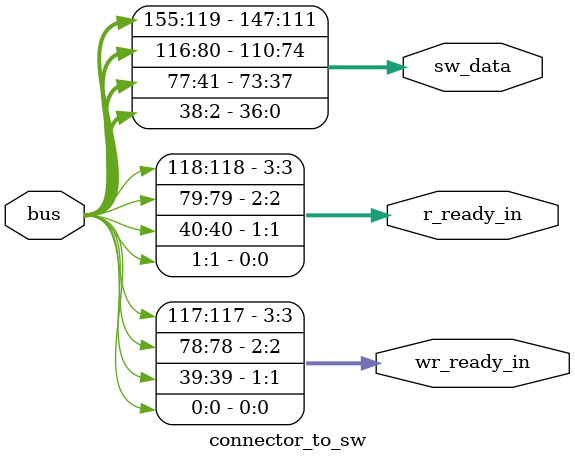
<source format=v>
module switch #(
  parameter DATA_SIZE = 32,
  parameter ADDR_SIZE = 4,
  parameter PORTS_NUM = 4,
  parameter NODES_NUM = 9,
  parameter ADDR      = 0,
  parameter MEM_LOG2  = 5,
  localparam BUS_SIZE = DATA_SIZE + ADDR_SIZE + 1
) (
  input                               clk   ,
  input                               a_rst ,
  input                 [PORTS_NUM:0] wr_ready_in  ,
  input                 [PORTS_NUM:0] r_ready_in ,
  input  [BUS_SIZE*(PORTS_NUM+1)-1:0] data_i,
  output                [PORTS_NUM:0] r_ready_out  ,
  output                [PORTS_NUM:0] wr_ready_out ,
  output [BUS_SIZE*(PORTS_NUM+1)-1:0] data_o
);

  wire is_full;
  wire wr_req;
  wire readed;
  wire is_empty;
  wire wr_en;
  wire [BUS_SIZE-1:0] to_mem;
  wire [BUS_SIZE-1:0] from_mem;

  receiver #(
    .DATA_SIZE(DATA_SIZE),
    .ADDR_SIZE(ADDR_SIZE),
    .PORTS_NUM(PORTS_NUM)
  ) recv (
    .clk    (clk),
    .a_rst  (a_rst),
    .is_full(is_full),
    .wr_ready_in   (wr_ready_in),
    .data_i (data_i),
    .wr_req (wr_req),
    .r_ready_out   (r_ready_out),
    .data_o (to_mem)
  );

  queue #(
    .BUS_SIZE(BUS_SIZE),
    .PTR_SIZE(MEM_LOG2)
  ) memory (
    .clk   (clk),
    .a_rst (a_rst),
    .wr_req(wr_req),
    .readed(readed),
    .data_i(to_mem),
    .full  (is_full),
    .empty (is_empty),
    .data_o(from_mem)
  );

  transceiver #(
    .ADDR     (ADDR),
    .DATA_SIZE(DATA_SIZE),
    .ADDR_SIZE(ADDR_SIZE),
    .PORTS_NUM(PORTS_NUM),
    .NODES_NUM(NODES_NUM)
  ) trans (
    .clk   (clk),
    .a_rst (a_rst),
    .mem_empty(is_empty),
    .r_ready_in (r_ready_in),
    .data_i(from_mem),
    .readed(readed),
    .wr_ready_out (wr_ready_out),
    .data_o(data_o)
  );
endmodule

module sw_to_connector #(
  parameter FLIT_SIZE = 37,
  parameter PORTS_NUM = 4,
  localparam PORT_SIZE = (FLIT_SIZE + 2)
)(
  input            [PORTS_NUM-1:0] r_ready_out   ,
  input            [PORTS_NUM-1:0] wr_ready_out  ,
  input  [FLIT_SIZE*PORTS_NUM-1:0] sw_data,
  output [PORT_SIZE*PORTS_NUM-1:0] bus
);
  genvar i;
  generate
    for (i = 0; i < PORTS_NUM; i = i + 1)
      assign bus[i*PORT_SIZE+:PORT_SIZE] = {sw_data[i*FLIT_SIZE+:FLIT_SIZE], r_ready_out[i], wr_ready_out[i]};
  endgenerate
endmodule // sw_to_connector

module connector_to_sw #(
  parameter FLIT_SIZE = 37,
  parameter PORTS_NUM = 4,
  localparam PORT_SIZE = (FLIT_SIZE + 2)
)(
  input  [PORT_SIZE*PORTS_NUM-1:0] bus   ,
  output           [PORTS_NUM-1:0] wr_ready_in  ,
  output           [PORTS_NUM-1:0] r_ready_in ,
  output [FLIT_SIZE*PORTS_NUM-1:0] sw_data
);
  genvar i;
  generate
    for (i = 0; i < PORTS_NUM; i = i + 1)
      assign {sw_data[i*FLIT_SIZE+:FLIT_SIZE], r_ready_in[i], wr_ready_in[i]} = bus[i*PORT_SIZE+:PORT_SIZE];
  endgenerate
endmodule // connector_to_sw

</source>
